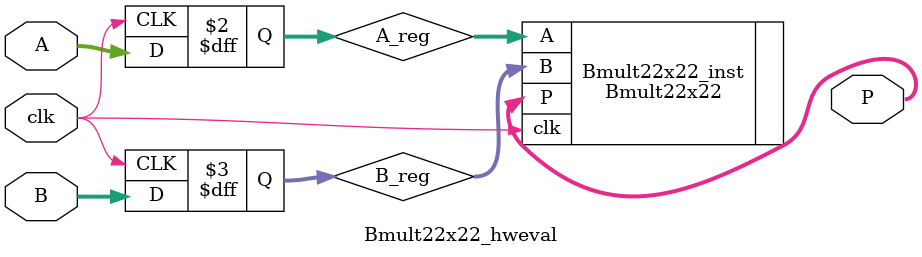
<source format=sv>
`timescale 1ns / 1ps

module Bmult22x22_hweval (
    input  logic          clk,
    input  logic [21 : 0] A,
    input  logic [21 : 0] B,
    output logic [43 : 0] P
    );

    logic [21 : 0] A_reg;
    logic [21 : 0] B_reg;

    always_ff @(posedge clk) begin
        A_reg <= A;
        B_reg <= B;
    end

    Bmult22x22 Bmult22x22_inst (
        .clk(clk  ),
        .A  (A_reg),
        .B  (B_reg),
        .P  (P    ));

endmodule
</source>
